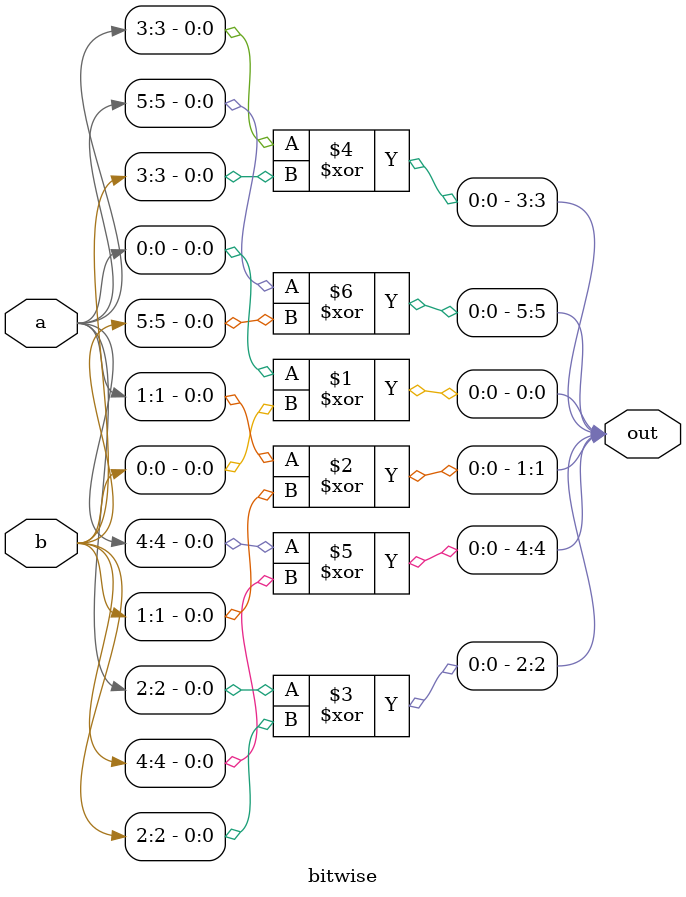
<source format=v>
`timescale 1ns / 1ps
module bitwise(a, b, out); // module to calculate the functionality fo bitwise function
	input wire [5:0] a; // a 6 bit input 
	input wire [5:0] b; // b 6 bit input 
	output wire [5:0] out; // out 6 bit output
	
	assign out[0] = a[0]^b[0]; // a0 xor b0 = out0
	assign out[1] = a[1]^b[1]; // a1 xor b1 = put1 
	assign out[2] = a[2]^b[2]; // a2 xor b2 = out2
	assign out[3] = a[3]^b[3]; // a3 xor b3 = out3
	assign out[4] = a[4]^b[4]; // a4 xor b4 = out4 
	assign out[5] = a[5]^b[5]; // a5 xor b5 = out5
	
	 

endmodule

</source>
